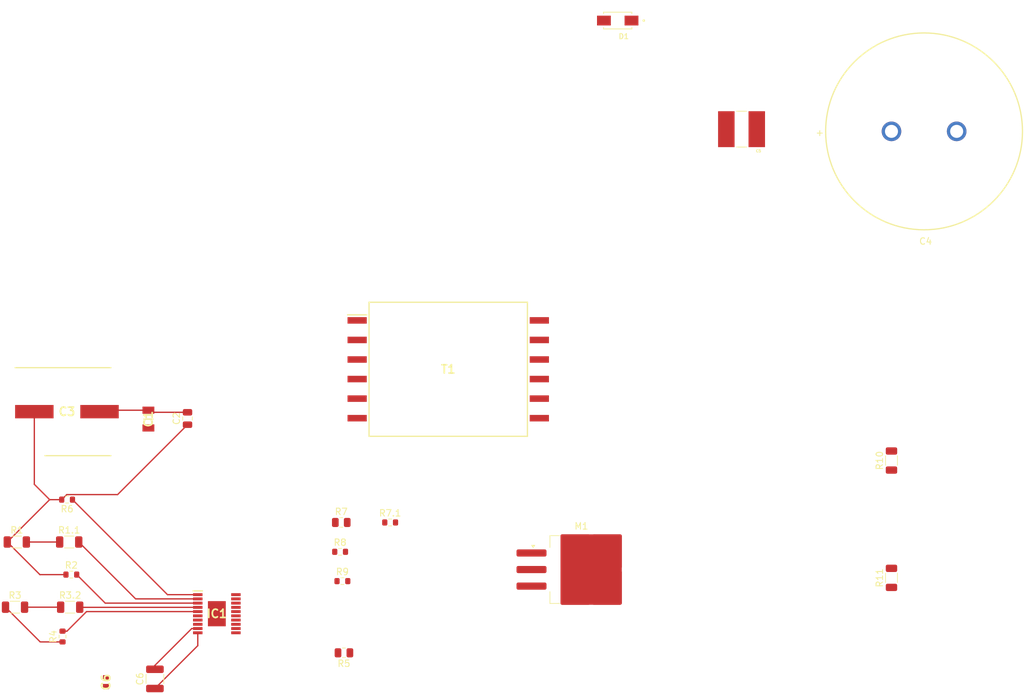
<source format=kicad_pcb>
(kicad_pcb (version 20240108) (generator "pcbnew") (generator_version "8.0")
  (layers (0 "F.Cu" signal) (31 "B.Cu" signal) (34 "B.Paste" user) (35 "F.Paste" user) (36 "B.SilkS" user "B.Silkscreen") (37 "F.SilkS" user "F.Silkscreen") (38 "B.Mask" user) (39 "F.Mask" user) (44 "Edge.Cuts" user))
  (net 0 "")
  (net 1 "Net-(IC1-HVGATE)")
  (net 2 "Net-(IC1-UVLO2)")
  (net 3 "Vtrans")
  (net 4 "GND")
  (net 6 "c_fault")
  (net 7 "Vcc")
  (net 8 "Net-(IC1-UVLO1)")
  (net 9 "Net-(IC1-RBG)")
  (net 10 "c_done")
  (net 11 "Net-(IC1-VCC)")
  (net 12 "Net-(IC1-CSP)")
  (net 13 "Net-(IC1-RDCM)")
  (net 14 "Net-(IC1-FB)")
  (net 17 "Net-(IC1-OVLO1)")
  (net 18 "Net-(IC1-RVTRANS)")
  (net 19 "Net-(IC1-OVLO2)")
  (net 20 "Net-(IC1-RVOUT)")
  (net 21 "c_charge")
  (net 22 "Net-(M1-D)")
  (net 23 "Net-(R1-Pad2)")
  (net 24 "Net-(R3-Pad2)")
  (net 25 "Net-(R7-Pad2)")
  (net 26 "Vout")
  (net 27 "Net-(T1-SEC_1)")
  (footprint "Resistor_SMD:R_1206_3216Metric" (layer "F.Cu") (at 223.5 93 90)
    (property "Reference" "R10" (at 0 -1.82 90) (layer "F.SilkS"))
    (property "Value" "30.9k")
    (fp_line (start -0.727064 -0.91) (end 0.727064 -0.91) (stroke (width 0.12)) (layer "F.SilkS"))
    (fp_line (start -0.727064 0.91) (end 0.727064 0.91) (stroke (width 0.12)) (layer "F.SilkS"))
    (pad "1" smd roundrect (at -1.4625 0 90) (size 1.125 1.75) (layers "F.Cu" "F.Paste" "F.Mask") (roundrect_rratio 0.222222) (net 26 "Vout"))
    (pad "2" smd roundrect (at 1.4625 0 90) (size 1.125 1.75) (layers "F.Cu" "F.Paste" "F.Mask") (roundrect_rratio 0.222222) (net 14 "Net-(IC1-FB)"))
  )
  (footprint "Resistor_SMD:R_1206_3216Metric" (layer "F.Cu") (at 89.0375 115.5)
    (property "Reference" "R3" (at 0 -1.82 0) (layer "F.SilkS"))
    (property "Value" "1.8k")
    (fp_line (start -0.727064 -0.91) (end 0.727064 -0.91) (stroke (width 0.12)) (layer "F.SilkS"))
    (fp_line (start -0.727064 0.91) (end 0.727064 0.91) (stroke (width 0.12)) (layer "F.SilkS"))
    (pad "1" smd roundrect (at -1.4625 0) (size 1.125 1.75) (layers "F.Cu" "F.Paste" "F.Mask") (roundrect_rratio 0.222222) (net 7 "Vcc"))
    (pad "2" smd roundrect (at 1.4625 0) (size 1.125 1.75) (layers "F.Cu" "F.Paste" "F.Mask") (roundrect_rratio 0.222222) (net 24 "Net-(R3-Pad2)"))
  )
  (footprint "Capacitor_SMD:C_1210_3225Metric" (layer "F.Cu") (at 110.5 126.5 90)
    (property "Reference" "C6" (at 0 -2.3 90) (layer "F.SilkS"))
    (property "Value" "10uF")
    (fp_line (start -0.711252 -1.36) (end 0.711252 -1.36) (stroke (width 0.12)) (layer "F.SilkS"))
    (fp_line (start -0.711252 1.36) (end 0.711252 1.36) (stroke (width 0.12)) (layer "F.SilkS"))
    (pad "1" smd roundrect (at -1.475 0 90) (size 1.15 2.7) (layers "F.Cu" "F.Paste" "F.Mask") (roundrect_rratio 0.217391) (net 14 "Net-(IC1-FB)"))
    (pad "2" smd roundrect (at 1.475 0 90) (size 1.15 2.7) (layers "F.Cu" "F.Paste" "F.Mask") (roundrect_rratio 0.217391) (net 4 "GND"))
  )
  (footprint "Resistor_SMD:R_1206_3216Metric" (layer "F.Cu") (at 89.3125 105.5)
    (property "Reference" "R1" (at 0 -1.82 0) (layer "F.SilkS"))
    (property "Value" "1.8k")
    (fp_line (start -0.727064 -0.91) (end 0.727064 -0.91) (stroke (width 0.12)) (layer "F.SilkS"))
    (fp_line (start -0.727064 0.91) (end 0.727064 0.91) (stroke (width 0.12)) (layer "F.SilkS"))
    (pad "1" smd roundrect (at -1.4625 0) (size 1.125 1.75) (layers "F.Cu" "F.Paste" "F.Mask") (roundrect_rratio 0.222222) (net 3 "Vtrans"))
    (pad "2" smd roundrect (at 1.4625 0) (size 1.125 1.75) (layers "F.Cu" "F.Paste" "F.Mask") (roundrect_rratio 0.222222) (net 23 "Net-(R1-Pad2)"))
  )
  (footprint "885342206006_Ceramic_C:CAPC1608X87N" (layer "F.Cu") (at 103 127 90)
    (property "Reference" "C6" (at 0 0 90) (layer "F.SilkS") (effects (font (size 1.27 1.27) (thickness 0.254))))
    (property "Value" "885342206006" (hide yes))
    (pad "1" smd rect (at -0.67 0 90) (size 0.8 0.94) (layers "F.Cu" "F.Paste" "F.Mask") (net 14 "Net-(IC1-FB)"))
    (pad "2" smd rect (at 0.67 0 90) (size 0.8 0.94) (layers "F.Cu" "F.Paste" "F.Mask") (net 4 "GND"))
  )
  (footprint "LT3751:SOP65P640X120-21N" (layer "F.Cu") (at 120 116.5)
    (property "Reference" "IC1" (at 0 0 0) (layer "F.SilkS") (effects (font (size 1.27 1.27) (thickness 0.254))))
    (property "Value" "LT3751IFE#PBF" (hide yes))
    (fp_line (start -3.65 -3.5) (end -2.2 -3.5) (stroke (width 0.2)) (layer "F.SilkS"))
    (pad "1" smd rect (at -2.925 -2.925 90) (size 0.45 1.45) (layers "F.Cu" "F.Paste" "F.Mask") (net 18 "Net-(IC1-RVTRANS)"))
    (pad "2" smd rect (at -2.925 -2.275 90) (size 0.45 1.45) (layers "F.Cu" "F.Paste" "F.Mask") (net 8 "Net-(IC1-UVLO1)"))
    (pad "3" smd rect (at -2.925 -1.625 90) (size 0.45 1.45) (layers "F.Cu" "F.Paste" "F.Mask") (net 17 "Net-(IC1-OVLO1)"))
    (pad "4" smd rect (at -2.925 -0.975 90) (size 0.45 1.45) (layers "F.Cu" "F.Paste" "F.Mask") (net 2 "Net-(IC1-UVLO2)"))
    (pad "5" smd rect (at -2.925 -0.325 90) (size 0.45 1.45) (layers "F.Cu" "F.Paste" "F.Mask") (net 19 "Net-(IC1-OVLO2)"))
    (pad "6" smd rect (at -2.925 0.325 90) (size 0.45 1.45) (layers "F.Cu" "F.Paste" "F.Mask") (net 6 "c_fault"))
    (pad "7" smd rect (at -2.925 0.975 90) (size 0.45 1.45) (layers "F.Cu" "F.Paste" "F.Mask") (net 10 "c_done"))
    (pad "8" smd rect (at -2.925 1.625 90) (size 0.45 1.45) (layers "F.Cu" "F.Paste" "F.Mask") (net 21 "c_charge"))
    (pad "9" smd rect (at -2.925 2.275 90) (size 0.45 1.45) (layers "F.Cu" "F.Paste" "F.Mask") (net 4 "GND"))
    (pad "10" smd rect (at -2.925 2.925 90) (size 0.45 1.45) (layers "F.Cu" "F.Paste" "F.Mask") (net 14 "Net-(IC1-FB)"))
    (pad "11" smd rect (at 2.925 2.925 90) (size 0.45 1.45) (layers "F.Cu" "F.Paste" "F.Mask") (net 4 "GND"))
    (pad "12" smd rect (at 2.925 2.275 90) (size 0.45 1.45) (layers "F.Cu" "F.Paste" "F.Mask") (net 12 "Net-(IC1-CSP)"))
    (pad "13" smd rect (at 2.925 1.625 90) (size 0.45 1.45) (layers "F.Cu" "F.Paste" "F.Mask") (net 11 "Net-(IC1-VCC)"))
    (pad "14" smd rect (at 2.925 0.975 90) (size 0.45 1.45) (layers "F.Cu" "F.Paste" "F.Mask") (net 7 "Vcc"))
    (pad "15" smd rect (at 2.925 0.325 90) (size 0.45 1.45) (layers "F.Cu" "F.Paste" "F.Mask") (net 1 "Net-(IC1-HVGATE)"))
    (pad "16" smd rect (at 2.925 -0.325 90) (size 0.45 1.45) (layers "F.Cu" "F.Paste" "F.Mask") (net 9 "Net-(IC1-RBG)"))
    (pad "17" smd rect (at 2.925 -0.975 90) (size 0.45 1.45) (layers "F.Cu" "F.Paste" "F.Mask"))
    (pad "18" smd rect (at 2.925 -1.625 90) (size 0.45 1.45) (layers "F.Cu" "F.Paste" "F.Mask") (net 20 "Net-(IC1-RVOUT)"))
    (pad "19" smd rect (at 2.925 -2.275 90) (size 0.45 1.45) (layers "F.Cu" "F.Paste" "F.Mask"))
    (pad "20" smd rect (at 2.925 -2.925 90) (size 0.45 1.45) (layers "F.Cu" "F.Paste" "F.Mask") (net 13 "Net-(IC1-RDCM)"))
    (pad "21" smd rect (at 0 0) (size 2.74 3.86) (layers "F.Cu" "F.Paste" "F.Mask"))
  )
  (footprint "Resistor_SMD:R_0603_1608Metric" (layer "F.Cu") (at 146.5875 102.5)
    (property "Reference" "R7.1" (at 0 -1.43 0) (layer "F.SilkS"))
    (property "Value" "18k")
    (fp_line (start -0.237258 -0.5225) (end 0.237258 -0.5225) (stroke (width 0.12)) (layer "F.SilkS"))
    (fp_line (start -0.237258 0.5225) (end 0.237258 0.5225) (stroke (width 0.12)) (layer "F.SilkS"))
    (pad "1" smd roundrect (at -0.825 0) (size 0.8 0.95) (layers "F.Cu" "F.Paste" "F.Mask") (net 25 "Net-(R7-Pad2)"))
    (pad "2" smd roundrect (at 0.825 0) (size 0.8 0.95) (layers "F.Cu" "F.Paste" "F.Mask") (net 22 "Net-(M1-D)"))
  )
  (footprint "WCAP-AIG8_30X46:WCAP-AIG8_30X46_DXL_" (layer "F.Cu") (at 228.5 42.5 180)
    (property "Reference" "C4" (at -0.24 -16.865 360) (layer "F.SilkS"))
    (property "Value" "WCAP-AIG8_30X46")
    (fp_circle (center 0 0) (end 15.1 0) (stroke (width 0.2)) (fill none) (layer "F.SilkS"))
    (fp_text user "+" (at 16 -0.2 360) (layer "F.SilkS"))
    (pad "1" thru_hole circle (at 5 0 180) (size 3 3) (drill 2) (layers "*.Cu" "*.Mask") (net 26 "Vout"))
    (pad "2" thru_hole circle (at -5 0 180) (size 3 3) (drill 2) (layers "*.Cu" "*.Mask") (net 4 "GND"))
  )
  (footprint "Resistor_SMD:R_0603_1608Metric" (layer "F.Cu") (at 138.9125 107)
    (property "Reference" "R8" (at 0 -1.43 0) (layer "F.SilkS"))
    (property "Value" "40.2k")
    (fp_line (start -0.237258 -0.5225) (end 0.237258 -0.5225) (stroke (width 0.12)) (layer "F.SilkS"))
    (fp_line (start -0.237258 0.5225) (end 0.237258 0.5225) (stroke (width 0.12)) (layer "F.SilkS"))
    (pad "1" smd roundrect (at -0.825 0) (size 0.8 0.95) (layers "F.Cu" "F.Paste" "F.Mask") (net 20 "Net-(IC1-RVOUT)"))
    (pad "2" smd roundrect (at 0.825 0) (size 0.8 0.95) (layers "F.Cu" "F.Paste" "F.Mask") (net 22 "Net-(M1-D)"))
  )
  (footprint "US1M:DIOM4325X250N" (layer "F.Cu") (at 181.5 25.5 180)
    (property "Reference" "D1" (at -0.925 -2.43 360) (layer "F.SilkS") (effects (font (size 0.787402 0.787402))))
    (property "Value" "US1M")
    (fp_line (start 2.165 1.28) (end 2.165 1.07) (stroke (width 0.127)) (layer "F.SilkS"))
    (fp_line (start 2.165 -1.07) (end 2.165 -1.28) (stroke (width 0.127)) (layer "F.SilkS"))
    (fp_line (start 2.165 -1.28) (end -2.165 -1.28) (stroke (width 0.127)) (layer "F.SilkS"))
    (fp_line (start -2.165 1.28) (end 2.165 1.28) (stroke (width 0.127)) (layer "F.SilkS"))
    (fp_line (start -2.165 1.28) (end -2.165 1.07) (stroke (width 0.127)) (layer "F.SilkS"))
    (fp_line (start -2.165 -1.28) (end -2.165 -1.07) (stroke (width 0.127)) (layer "F.SilkS"))
    (fp_circle (center -4 0) (end -3.9 0) (stroke (width 0.2)) (fill none) (layer "F.SilkS"))
    (pad "A" smd rect (at 2.115 0 180) (size 2.12 1.5) (layers "F.Cu" "F.Paste" "F.Mask") (net 27 "Net-(T1-SEC_1)"))
    (pad "C" smd rect (at -2.115 0 180) (size 2.12 1.5) (layers "F.Cu" "F.Paste" "F.Mask") (net 26 "Vout"))
  )
  (footprint "Resistor_SMD:R_1206_3216Metric" (layer "F.Cu") (at 97.35 105.5)
    (property "Reference" "R1.1" (at 0 -1.82 0) (layer "F.SilkS"))
    (property "Value" "68k")
    (fp_line (start -0.727064 -0.91) (end 0.727064 -0.91) (stroke (width 0.12)) (layer "F.SilkS"))
    (fp_line (start -0.727064 0.91) (end 0.727064 0.91) (stroke (width 0.12)) (layer "F.SilkS"))
    (pad "1" smd roundrect (at -1.4625 0) (size 1.125 1.75) (layers "F.Cu" "F.Paste" "F.Mask") (roundrect_rratio 0.222222) (net 23 "Net-(R1-Pad2)"))
    (pad "2" smd roundrect (at 1.4625 0) (size 1.125 1.75) (layers "F.Cu" "F.Paste" "F.Mask") (roundrect_rratio 0.222222) (net 8 "Net-(IC1-UVLO1)"))
  )
  (footprint "Package_TO_SOT_SMD:TO-263-3_TabPin2" (layer "F.Cu") (at 175.925 109.725)
    (property "Reference" "M1" (at 0 -6.65 0) (layer "F.SilkS"))
    (property "Value" "NMOS")
    (fp_line (start -4.825 -5.2) (end -4.825 -3.39) (stroke (width 0.12)) (layer "F.SilkS"))
    (fp_line (start -4.825 5.2) (end -4.825 3.39) (stroke (width 0.12)) (layer "F.SilkS"))
    (fp_line (start -3.325 -5.2) (end -4.825 -5.2) (stroke (width 0.12)) (layer "F.SilkS"))
    (fp_line (start -3.325 5.2) (end -4.825 5.2) (stroke (width 0.12)) (layer "F.SilkS"))
    (fp_poly (pts (xy -7.3875 -3.39) (xy -7.6275 -3.72) (xy -7.1475 -3.72) (xy -7.3875 -3.39)) (stroke (width 0.12)) (fill solid) (layer "F.SilkS"))
    (pad "1" smd roundrect (at -7.65 -2.54) (size 4.6 1.1) (layers "F.Cu" "F.Paste" "F.Mask") (roundrect_rratio 0.227273) (net 22 "Net-(M1-D)"))
    (pad "2" smd roundrect (at -7.65 0) (size 4.6 1.1) (layers "F.Cu" "F.Paste" "F.Mask") (roundrect_rratio 0.227273) (net 1 "Net-(IC1-HVGATE)"))
    (pad "2" smd roundrect (at -0.925 -2.775) (size 4.55 5.25) (layers "F.Cu" "F.Paste") (roundrect_rratio 0.054945) (net 1 "Net-(IC1-HVGATE)"))
    (pad "2" smd roundrect (at -0.925 2.775) (size 4.55 5.25) (layers "F.Cu" "F.Paste") (roundrect_rratio 0.054945) (net 1 "Net-(IC1-HVGATE)"))
    (pad "2" smd roundrect (at 1.5 0) (size 9.4 10.8) (layers "F.Cu" "F.Mask") (roundrect_rratio 0.026596) (net 1 "Net-(IC1-HVGATE)"))
    (pad "2" smd roundrect (at 3.925 -2.775) (size 4.55 5.25) (layers "F.Cu" "F.Paste") (roundrect_rratio 0.054945) (net 1 "Net-(IC1-HVGATE)"))
    (pad "2" smd roundrect (at 3.925 2.775) (size 4.55 5.25) (layers "F.Cu" "F.Paste") (roundrect_rratio 0.054945) (net 1 "Net-(IC1-HVGATE)"))
    (pad "3" smd roundrect (at -7.65 2.54) (size 4.6 1.1) (layers "F.Cu" "F.Paste" "F.Mask") (roundrect_rratio 0.227273) (net 12 "Net-(IC1-CSP)"))
  )
  (footprint "Resistor_SMD:R_1206_3216Metric" (layer "F.Cu") (at 223.5 111 90)
    (property "Reference" "R11" (at 0 -1.82 90) (layer "F.SilkS"))
    (property "Value" "383 ")
    (fp_line (start -0.727064 -0.91) (end 0.727064 -0.91) (stroke (width 0.12)) (layer "F.SilkS"))
    (fp_line (start -0.727064 0.91) (end 0.727064 0.91) (stroke (width 0.12)) (layer "F.SilkS"))
    (pad "1" smd roundrect (at -1.4625 0 90) (size 1.125 1.75) (layers "F.Cu" "F.Paste" "F.Mask") (roundrect_rratio 0.222222) (net 14 "Net-(IC1-FB)"))
    (pad "2" smd roundrect (at 1.4625 0 90) (size 1.125 1.75) (layers "F.Cu" "F.Paste" "F.Mask") (roundrect_rratio 0.222222) (net 4 "GND"))
  )
  (footprint "865080562017_Elektrolytic_C:CAPAE1350X1400N" (layer "F.Cu") (at 97 85.5)
    (property "Reference" "C3" (at 0 0 0) (layer "F.SilkS") (effects (font (size 1.27 1.27) (thickness 0.254))))
    (property "Value" "865080562017" (hide yes))
    (fp_line (start -7.95 -6.75) (end 6.75 -6.75) (stroke (width 0.2)) (layer "F.SilkS"))
    (fp_line (start -3.375 6.75) (end 6.75 6.75) (stroke (width 0.2)) (layer "F.SilkS"))
    (pad "1" smd rect (at -5 0 90) (size 2.05 5.9) (layers "F.Cu" "F.Paste" "F.Mask") (net 3 "Vtrans"))
    (pad "2" smd rect (at 5 0 90) (size 2.05 5.9) (layers "F.Cu" "F.Paste" "F.Mask") (net 4 "GND"))
  )
  (footprint "885012208069_Ceramic_C:CAPC3216X180N" (layer "F.Cu") (at 109.5 86.64 -90)
    (property "Reference" "C1" (at 0 0 90) (layer "F.SilkS") (effects (font (size 1.27 1.27) (thickness 0.254))))
    (property "Value" "885012208069" (hide yes))
    (fp_line (start 0 -0.7) (end 0 0.7) (stroke (width 0.2)) (layer "F.SilkS"))
    (pad "1" smd rect (at -1.36 0 270) (size 1.1 1.82) (layers "F.Cu" "F.Paste" "F.Mask") (net 4 "GND"))
    (pad "2" smd rect (at 1.36 0 270) (size 1.1 1.82) (layers "F.Cu" "F.Paste" "F.Mask") (net 11 "Net-(IC1-VCC)"))
  )
  (footprint "CKG57NX7R2J474M500JH:CAPC6050X550N" (layer "F.Cu") (at 200.5 42.164 180)
    (property "Reference" "C5" (at -2.6 -3.35 360) (layer "F.SilkS") (effects (font (size 0.393701 0.393701))))
    (property "Value" "CKG57NX7R2J474M500JH")
    (fp_line (start -0.75 2.75) (end 0.75 2.75) (stroke (width 0.127)) (layer "F.SilkS"))
    (fp_line (start -0.75 -2.75) (end 0.75 -2.75) (stroke (width 0.127)) (layer "F.SilkS"))
    (pad "1" smd rect (at -2.336 0 180) (size 2.53 5.51) (layers "F.Cu" "F.Paste" "F.Mask") (net 26 "Vout"))
    (pad "2" smd rect (at 2.336 0 180) (size 2.53 5.51) (layers "F.Cu" "F.Paste" "F.Mask") (net 4 "GND"))
  )
  (footprint "Resistor_SMD:R_0603_1608Metric" (layer "F.Cu") (at 97.675 110.5)
    (property "Reference" "R2" (at 0 -1.43 0) (layer "F.SilkS"))
    (property "Value" "475k")
    (fp_line (start -0.237258 -0.5225) (end 0.237258 -0.5225) (stroke (width 0.12)) (layer "F.SilkS"))
    (fp_line (start -0.237258 0.5225) (end 0.237258 0.5225) (stroke (width 0.12)) (layer "F.SilkS"))
    (pad "1" smd roundrect (at -0.825 0) (size 0.8 0.95) (layers "F.Cu" "F.Paste" "F.Mask") (net 3 "Vtrans"))
    (pad "2" smd roundrect (at 0.825 0) (size 0.8 0.95) (layers "F.Cu" "F.Paste" "F.Mask") (net 17 "Net-(IC1-OVLO1)"))
  )
  (footprint "Resistor_SMD:R_0603_1608Metric" (layer "F.Cu") (at 139.2625 111.5)
    (property "Reference" "R9" (at 0 -1.43 0) (layer "F.SilkS"))
    (property "Value" "3.32k")
    (fp_line (start -0.237258 -0.5225) (end 0.237258 -0.5225) (stroke (width 0.12)) (layer "F.SilkS"))
    (fp_line (start -0.237258 0.5225) (end 0.237258 0.5225) (stroke (width 0.12)) (layer "F.SilkS"))
    (pad "1" smd roundrect (at -0.825 0) (size 0.8 0.95) (layers "F.Cu" "F.Paste" "F.Mask") (net 9 "Net-(IC1-RBG)"))
    (pad "2" smd roundrect (at 0.825 0) (size 0.8 0.95) (layers "F.Cu" "F.Paste" "F.Mask") (net 4 "GND"))
  )
  (footprint "Resistor_SMD:R_0805_2012Metric" (layer "F.Cu") (at 139.0875 102.5)
    (property "Reference" "R7" (at 0 -1.65 0) (layer "F.SilkS"))
    (property "Value" "200")
    (fp_line (start -0.227064 -0.735) (end 0.227064 -0.735) (stroke (width 0.12)) (layer "F.SilkS"))
    (fp_line (start -0.227064 0.735) (end 0.227064 0.735) (stroke (width 0.12)) (layer "F.SilkS"))
    (pad "1" smd roundrect (at -0.9125 0) (size 1.025 1.4) (layers "F.Cu" "F.Paste" "F.Mask") (roundrect_rratio 0.243902) (net 13 "Net-(IC1-RDCM)"))
    (pad "2" smd roundrect (at 0.9125 0) (size 1.025 1.4) (layers "F.Cu" "F.Paste" "F.Mask") (roundrect_rratio 0.243902) (net 25 "Net-(R7-Pad2)"))
  )
  (footprint "Resistor_SMD:R_0603_1608Metric" (layer "F.Cu") (at 97.025 99 180)
    (property "Reference" "R6" (at 0 -1.43 0) (layer "F.SilkS"))
    (property "Value" "40.2k")
    (fp_line (start -0.237258 0.5225) (end 0.237258 0.5225) (stroke (width 0.12)) (layer "F.SilkS"))
    (fp_line (start -0.237258 -0.5225) (end 0.237258 -0.5225) (stroke (width 0.12)) (layer "F.SilkS"))
    (pad "1" smd roundrect (at -0.825 0 180) (size 0.8 0.95) (layers "F.Cu" "F.Paste" "F.Mask") (net 18 "Net-(IC1-RVTRANS)"))
    (pad "2" smd roundrect (at 0.825 0 180) (size 0.8 0.95) (layers "F.Cu" "F.Paste" "F.Mask") (net 3 "Vtrans"))
  )
  (footprint "Capacitor_SMD:C_0805_2012Metric" (layer "F.Cu") (at 115.5 86.55 90)
    (property "Reference" "C2" (at 0 -1.68 90) (layer "F.SilkS"))
    (property "Value" "C_Small")
    (fp_line (start -0.261252 -0.735) (end 0.261252 -0.735) (stroke (width 0.12)) (layer "F.SilkS"))
    (fp_line (start -0.261252 0.735) (end 0.261252 0.735) (stroke (width 0.12)) (layer "F.SilkS"))
    (pad "1" smd roundrect (at -0.95 0 90) (size 1 1.45) (layers "F.Cu" "F.Paste" "F.Mask") (net 3 "Vtrans"))
    (pad "2" smd roundrect (at 0.95 0 90) (size 1 1.45) (layers "F.Cu" "F.Paste" "F.Mask") (net 4 "GND"))
  )
  (footprint "Resistor_SMD:R_0805_2012Metric" (layer "F.Cu") (at 139.5 122.5 180)
    (property "Reference" "R5" (at 0 -1.65 360) (layer "F.SilkS"))
    (property "Value" "6m")
    (fp_line (start -0.227064 0.735) (end 0.227064 0.735) (stroke (width 0.12)) (layer "F.SilkS"))
    (fp_line (start -0.227064 -0.735) (end 0.227064 -0.735) (stroke (width 0.12)) (layer "F.SilkS"))
    (pad "1" smd roundrect (at -0.9125 0 180) (size 1.025 1.4) (layers "F.Cu" "F.Paste" "F.Mask") (roundrect_rratio 0.243902) (net 4 "GND"))
    (pad "2" smd roundrect (at 0.9125 0 180) (size 1.025 1.4) (layers "F.Cu" "F.Paste" "F.Mask") (roundrect_rratio 0.243902) (net 12 "Net-(IC1-CSP)"))
  )
  (footprint "Resistor_SMD:R_0603_1608Metric" (layer "F.Cu") (at 96.325 120 90)
    (property "Reference" "R4" (at 0 -1.43 90) (layer "F.SilkS"))
    (property "Value" "475k")
    (fp_line (start -0.237258 -0.5225) (end 0.237258 -0.5225) (stroke (width 0.12)) (layer "F.SilkS"))
    (fp_line (start -0.237258 0.5225) (end 0.237258 0.5225) (stroke (width 0.12)) (layer "F.SilkS"))
    (pad "1" smd roundrect (at -0.825 0 90) (size 0.8 0.95) (layers "F.Cu" "F.Paste" "F.Mask") (net 7 "Vcc"))
    (pad "2" smd roundrect (at 0.825 0 90) (size 0.8 0.95) (layers "F.Cu" "F.Paste" "F.Mask") (net 19 "Net-(IC1-OVLO2)"))
  )
  (footprint "DA2034-ALD:SOP300P3000X1143-12N" (layer "F.Cu") (at 155.5 79)
    (property "Reference" "T1" (at 0 0 0) (layer "F.SilkS") (effects (font (size 1.27 1.27) (thickness 0.254))))
    (property "Value" "DA2034-ALD" (hide yes))
    (fp_line (start -15.45 -8.35) (end -12.5 -8.35) (stroke (width 0.2)) (layer "F.SilkS"))
    (fp_line (start -12.15 -10.285) (end 12.15 -10.285) (stroke (width 0.2)) (layer "F.SilkS"))
    (fp_line (start -12.15 10.285) (end -12.15 -10.285) (stroke (width 0.2)) (layer "F.SilkS"))
    (fp_line (start 12.15 -10.285) (end 12.15 10.285) (stroke (width 0.2)) (layer "F.SilkS"))
    (fp_line (start 12.15 10.285) (end -12.15 10.285) (stroke (width 0.2)) (layer "F.SilkS"))
    (pad "1" smd rect (at -13.975 -7.5 90) (size 1 2.95) (layers "F.Cu" "F.Paste" "F.Mask") (net 27 "Net-(T1-SEC_1)"))
    (pad "2" smd rect (at -13.975 -4.5 90) (size 1 2.95) (layers "F.Cu" "F.Paste" "F.Mask"))
    (pad "3" smd rect (at -13.975 -1.5 90) (size 1 2.95) (layers "F.Cu" "F.Paste" "F.Mask") (net 3 "Vtrans"))
    (pad "4" smd rect (at -13.975 1.5 90) (size 1 2.95) (layers "F.Cu" "F.Paste" "F.Mask") (net 3 "Vtrans"))
    (pad "5" smd rect (at -13.975 4.5 90) (size 1 2.95) (layers "F.Cu" "F.Paste" "F.Mask") (net 3 "Vtrans"))
    (pad "6" smd rect (at -13.975 7.5 90) (size 1 2.95) (layers "F.Cu" "F.Paste" "F.Mask") (net 3 "Vtrans"))
    (pad "7" smd rect (at 13.975 7.5 90) (size 1 2.95) (layers "F.Cu" "F.Paste" "F.Mask") (net 22 "Net-(M1-D)"))
    (pad "8" smd rect (at 13.975 4.5 90) (size 1 2.95) (layers "F.Cu" "F.Paste" "F.Mask") (net 22 "Net-(M1-D)"))
    (pad "9" smd rect (at 13.975 1.5 90) (size 1 2.95) (layers "F.Cu" "F.Paste" "F.Mask") (net 22 "Net-(M1-D)"))
    (pad "10" smd rect (at 13.975 -1.5 90) (size 1 2.95) (layers "F.Cu" "F.Paste" "F.Mask") (net 22 "Net-(M1-D)"))
    (pad "11" smd rect (at 13.975 -4.5 90) (size 1 2.95) (layers "F.Cu" "F.Paste" "F.Mask"))
    (pad "12" smd rect (at 13.975 -7.5 90) (size 1 2.95) (layers "F.Cu" "F.Paste" "F.Mask") (net 4 "GND"))
  )
  (footprint "Resistor_SMD:R_1206_3216Metric" (layer "F.Cu") (at 97.5 115.5)
    (property "Reference" "R3.2" (at 0 -1.82 0) (layer "F.SilkS"))
    (property "Value" "68k")
    (fp_line (start -0.727064 -0.91) (end 0.727064 -0.91) (stroke (width 0.12)) (layer "F.SilkS"))
    (fp_line (start -0.727064 0.91) (end 0.727064 0.91) (stroke (width 0.12)) (layer "F.SilkS"))
    (pad "1" smd roundrect (at -1.4625 0) (size 1.125 1.75) (layers "F.Cu" "F.Paste" "F.Mask") (roundrect_rratio 0.222222) (net 24 "Net-(R3-Pad2)"))
    (pad "2" smd roundrect (at 1.4625 0) (size 1.125 1.75) (layers "F.Cu" "F.Paste" "F.Mask") (roundrect_rratio 0.222222) (net 2 "Net-(IC1-UVLO2)"))
  )
  (segment (start 98.9875 115.525) (end 98.9625 115.5) (width 0.2) (layer "F.Cu") (net 2))
  (segment (start 117.075 115.525) (end 98.9875 115.525) (width 0.2) (layer "F.Cu") (net 2))
  (segment (start 104.775 98.225) (end 96.975 98.225) (width 0.2) (layer "F.Cu") (net 3))
  (segment (start 94.35 99) (end 92 96.65) (width 0.2) (layer "F.Cu") (net 3))
  (segment (start 96.85 110.5) (end 92.85 110.5) (width 0.2) (layer "F.Cu") (net 3))
  (segment (start 92 96.65) (end 92 85.5) (width 0.2) (layer "F.Cu") (net 3))
  (segment (start 96.975 98.225) (end 96.2 99) (width 0.2) (layer "F.Cu") (net 3))
  (segment (start 115.5 87.5) (end 104.775 98.225) (width 0.2) (layer "F.Cu") (net 3))
  (segment (start 92.85 110.5) (end 87.85 105.5) (width 0.2) (layer "F.Cu") (net 3))
  (segment (start 94.35 99) (end 87.85 105.5) (width 0.2) (layer "F.Cu") (net 3))
  (segment (start 96.2 99) (end 94.35 99) (width 0.2) (layer "F.Cu") (net 3))
  (segment (start 117.075 118.775) (end 116.15 118.775) (width 0.2) (layer "F.Cu") (net 4))
  (segment (start 110.5 124.425) (end 110.5 125.025) (width 0.2) (layer "F.Cu") (net 4))
  (segment (start 116.15 118.775) (end 110.5 124.425) (width 0.2) (layer "F.Cu") (net 4))
  (segment (start 102.72 85.28) (end 109.5 85.28) (width 0.2) (layer "F.Cu") (net 4))
  (segment (start 109.82 85.6) (end 109.5 85.28) (width 0.2) (layer "F.Cu") (net 4))
  (segment (start 115.5 85.6) (end 109.82 85.6) (width 0.2) (layer "F.Cu") (net 4))
  (segment (start 102.5 85.5) (end 102.72 85.28) (width 0.2) (layer "F.Cu") (net 4))
  (segment (start 102 85.5) (end 102.5 85.5) (width 0.2) (layer "F.Cu") (net 4))
  (segment (start 92.9 120.825) (end 87.575 115.5) (width 0.2) (layer "F.Cu") (net 7))
  (segment (start 96.325 120.825) (end 92.9 120.825) (width 0.2) (layer "F.Cu") (net 7))
  (segment (start 98.8125 105.5) (end 107.5375 114.225) (width 0.2) (layer "F.Cu") (net 8))
  (segment (start 107.5375 114.225) (end 117.075 114.225) (width 0.2) (layer "F.Cu") (net 8))
  (segment (start 117.075 121.4) (end 110.5 127.975) (width 0.2) (layer "F.Cu") (net 14))
  (segment (start 117.075 119.425) (end 117.075 121.4) (width 0.2) (layer "F.Cu") (net 14))
  (segment (start 117.075 114.875) (end 102.875 114.875) (width 0.2) (layer "F.Cu") (net 17))
  (segment (start 102.875 114.875) (end 98.5 110.5) (width 0.2) (layer "F.Cu") (net 17))
  (segment (start 112.425 113.575) (end 97.85 99) (width 0.2) (layer "F.Cu") (net 18))
  (segment (start 117.075 113.575) (end 112.425 113.575) (width 0.2) (layer "F.Cu") (net 18))
  (segment (start 97.009744 119.175) (end 96.325 119.175) (width 0.2) (layer "F.Cu") (net 19))
  (segment (start 117.075 116.175) (end 100.009744 116.175) (width 0.2) (layer "F.Cu") (net 19))
  (segment (start 100.009744 116.175) (end 97.009744 119.175) (width 0.2) (layer "F.Cu") (net 19))
  (segment (start 95.8875 105.5) (end 90.775 105.5) (width 0.2) (layer "F.Cu") (net 23))
  (segment (start 96.0375 115.5) (end 90.5 115.5) (width 0.2) (layer "F.Cu") (net 24))
)
</source>
